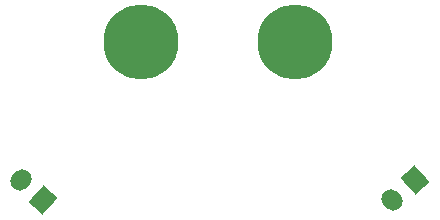
<source format=gbr>
%TF.GenerationSoftware,KiCad,Pcbnew,7.0.9-7.0.9~ubuntu22.04.1*%
%TF.CreationDate,2023-12-28T22:57:33-08:00*%
%TF.ProjectId,kraken-can-adapter,6b72616b-656e-42d6-9361-6e2d61646170,1*%
%TF.SameCoordinates,Original*%
%TF.FileFunction,Soldermask,Top*%
%TF.FilePolarity,Negative*%
%FSLAX46Y46*%
G04 Gerber Fmt 4.6, Leading zero omitted, Abs format (unit mm)*
G04 Created by KiCad (PCBNEW 7.0.9-7.0.9~ubuntu22.04.1) date 2023-12-28 22:57:33*
%MOMM*%
%LPD*%
G01*
G04 APERTURE LIST*
G04 Aperture macros list*
%AMHorizOval*
0 Thick line with rounded ends*
0 $1 width*
0 $2 $3 position (X,Y) of the first rounded end (center of the circle)*
0 $4 $5 position (X,Y) of the second rounded end (center of the circle)*
0 Add line between two ends*
20,1,$1,$2,$3,$4,$5,0*
0 Add two circle primitives to create the rounded ends*
1,1,$1,$2,$3*
1,1,$1,$4,$5*%
%AMRotRect*
0 Rectangle, with rotation*
0 The origin of the aperture is its center*
0 $1 length*
0 $2 width*
0 $3 Rotation angle, in degrees counterclockwise*
0 Add horizontal line*
21,1,$1,$2,0,0,$3*%
G04 Aperture macros list end*
%ADD10C,6.350000*%
%ADD11RotRect,1.600200X1.905000X222.500000*%
%ADD12HorizOval,1.600200X-0.102960X0.112361X0.102960X-0.112361X0*%
%ADD13RotRect,1.600200X1.905000X137.500000*%
%ADD14HorizOval,1.600200X0.102960X0.112361X-0.102960X-0.112361X0*%
G04 APERTURE END LIST*
D10*
%TO.C,J4*%
X99745307Y-110386204D03*
%TD*%
%TO.C,J3*%
X112750107Y-110386204D03*
%TD*%
D11*
%TO.C,J1*%
X122903191Y-122030605D03*
D12*
X121030507Y-123746604D03*
%TD*%
D13*
%TO.C,J2*%
X91464907Y-123746604D03*
D14*
X89592223Y-122030605D03*
%TD*%
M02*

</source>
